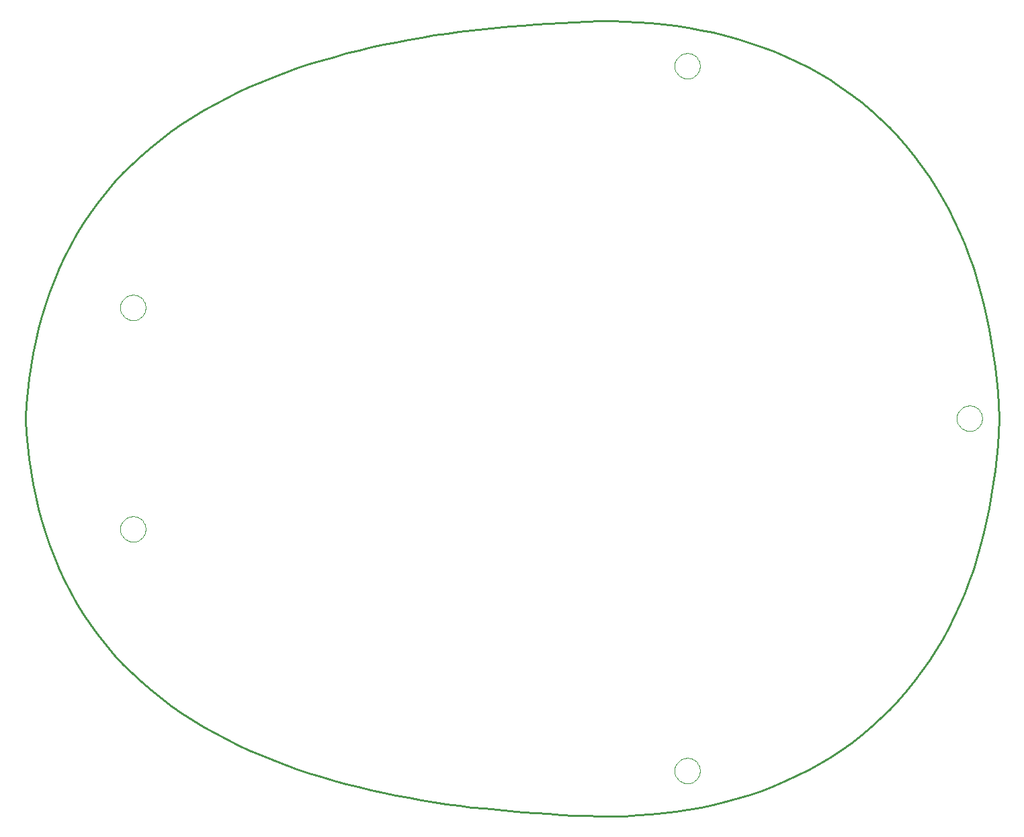
<source format=gko>
G75*
%MOIN*%
%OFA0B0*%
%FSLAX24Y24*%
%IPPOS*%
%LPD*%
%AMOC8*
5,1,8,0,0,1.08239X$1,22.5*
%
%ADD10C,0.0100*%
%ADD11C,0.0000*%
D10*
X028635Y039627D02*
X028000Y039609D01*
X027365Y039590D01*
X026730Y039554D01*
X026096Y039517D01*
X025462Y039471D01*
X024829Y039425D01*
X024195Y039370D01*
X023563Y039314D01*
X022931Y039250D01*
X022300Y039186D01*
X021669Y039103D01*
X021040Y039020D01*
X020412Y038927D01*
X019785Y038824D01*
X019159Y038709D01*
X018535Y038591D01*
X017912Y038465D01*
X017292Y038330D01*
X016674Y038184D01*
X016058Y038027D01*
X015445Y037860D01*
X014835Y037682D01*
X014228Y037494D01*
X013625Y037294D01*
X013027Y037081D01*
X012433Y036856D01*
X011845Y036617D01*
X011262Y036364D01*
X010685Y036097D01*
X010116Y035816D01*
X009555Y035517D01*
X009002Y035205D01*
X008459Y034876D01*
X007926Y034529D01*
X007405Y034167D01*
X006895Y033787D01*
X006399Y033390D01*
X005918Y032976D01*
X005452Y032545D01*
X005002Y032096D01*
X004569Y031631D01*
X004155Y031149D01*
X003760Y030652D01*
X003385Y030139D01*
X003030Y029613D01*
X002696Y029072D01*
X002384Y028518D01*
X002093Y027953D01*
X001824Y027378D01*
X001576Y026793D01*
X001349Y026200D01*
X001144Y025598D01*
X000959Y024991D01*
X000794Y024378D01*
X000648Y023760D01*
X000522Y023138D01*
X000414Y022512D01*
X000323Y021884D01*
X000249Y021252D01*
X000192Y020620D01*
X000150Y019986D01*
X000150Y019804D01*
X000192Y019171D01*
X000249Y018538D01*
X000323Y017907D01*
X000414Y017278D01*
X000522Y016652D01*
X000649Y016030D01*
X000794Y015412D01*
X000959Y014799D01*
X001144Y014191D01*
X001349Y013589D01*
X001576Y012996D01*
X001823Y012411D01*
X002093Y011836D01*
X002384Y011271D01*
X002696Y010717D01*
X003030Y010176D01*
X003384Y009650D01*
X003759Y009137D01*
X004154Y008640D01*
X004568Y008158D01*
X005001Y007692D01*
X005450Y007243D01*
X005916Y006813D01*
X006398Y006398D01*
X006893Y006001D01*
X007403Y005620D01*
X007924Y005257D01*
X008457Y004910D01*
X009000Y004581D01*
X009553Y004267D01*
X010114Y003969D01*
X010683Y003687D01*
X011260Y003420D01*
X011842Y003167D01*
X012431Y002927D01*
X013025Y002701D01*
X013623Y002489D01*
X014226Y002287D01*
X014833Y002098D01*
X015443Y001921D01*
X016056Y001754D01*
X016672Y001598D01*
X017290Y001452D01*
X017911Y001316D01*
X018533Y001189D01*
X019157Y001070D01*
X019783Y000955D01*
X020410Y000852D01*
X021039Y000759D01*
X021668Y000676D01*
X022299Y000593D01*
X022930Y000529D01*
X023562Y000465D01*
X024195Y000409D01*
X024828Y000354D01*
X025462Y000308D01*
X026096Y000262D01*
X026730Y000225D01*
X027365Y000189D01*
X028000Y000170D01*
X028635Y000152D01*
X029265Y000150D01*
X029894Y000159D01*
X030524Y000196D01*
X031152Y000242D01*
X031779Y000297D01*
X032405Y000380D01*
X033027Y000473D01*
X033647Y000588D01*
X034264Y000718D01*
X034876Y000867D01*
X035484Y001034D01*
X036086Y001220D01*
X036681Y001426D01*
X037270Y001651D01*
X037850Y001897D01*
X038422Y002162D01*
X038984Y002447D01*
X039535Y002753D01*
X040074Y003077D01*
X040601Y003423D01*
X041114Y003790D01*
X041613Y004175D01*
X042096Y004579D01*
X042563Y005000D01*
X043014Y005441D01*
X043447Y005899D01*
X043862Y006373D01*
X044258Y006862D01*
X044635Y007366D01*
X044994Y007884D01*
X045333Y008416D01*
X045653Y008959D01*
X045953Y009513D01*
X046235Y010077D01*
X046497Y010650D01*
X046741Y011230D01*
X046967Y011818D01*
X047174Y012413D01*
X047365Y013013D01*
X047538Y013618D01*
X047695Y014228D01*
X047836Y014841D01*
X047962Y015459D01*
X048072Y016078D01*
X048168Y016701D01*
X048250Y017325D01*
X048319Y017952D01*
X048375Y018580D01*
X048419Y019210D01*
X048450Y019838D01*
X048450Y019941D01*
X048419Y020570D01*
X048375Y021199D01*
X048319Y021827D01*
X048250Y022454D01*
X048168Y023078D01*
X048072Y023700D01*
X047962Y024319D01*
X047836Y024937D01*
X047695Y025550D01*
X047538Y026161D01*
X047365Y026767D01*
X047174Y027366D01*
X046967Y027961D01*
X046741Y028549D01*
X046497Y029130D01*
X046235Y029703D01*
X045953Y030267D01*
X045653Y030821D01*
X045333Y031364D01*
X044994Y031896D01*
X044635Y032413D01*
X044258Y032917D01*
X043862Y033407D01*
X043447Y033881D01*
X043014Y034339D01*
X042563Y034780D01*
X042096Y035201D01*
X041613Y035605D01*
X041114Y035990D01*
X040601Y036357D01*
X040074Y036703D01*
X039535Y037028D01*
X038983Y037333D01*
X038422Y037618D01*
X037850Y037883D01*
X037270Y038129D01*
X036681Y038354D01*
X036086Y038560D01*
X035484Y038747D01*
X034876Y038913D01*
X034264Y039062D01*
X033648Y039192D01*
X033028Y039307D01*
X032405Y039400D01*
X031780Y039483D01*
X031152Y039538D01*
X030524Y039584D01*
X029895Y039621D01*
X029265Y039630D01*
X028635Y039628D01*
D11*
X004855Y025402D02*
X004857Y025452D01*
X004863Y025502D01*
X004873Y025551D01*
X004887Y025599D01*
X004904Y025646D01*
X004925Y025691D01*
X004950Y025735D01*
X004978Y025776D01*
X005010Y025815D01*
X005044Y025852D01*
X005081Y025886D01*
X005121Y025916D01*
X005163Y025943D01*
X005207Y025967D01*
X005253Y025988D01*
X005300Y026004D01*
X005348Y026017D01*
X005398Y026026D01*
X005447Y026031D01*
X005498Y026032D01*
X005548Y026029D01*
X005597Y026022D01*
X005646Y026011D01*
X005694Y025996D01*
X005740Y025978D01*
X005785Y025956D01*
X005828Y025930D01*
X005869Y025901D01*
X005908Y025869D01*
X005944Y025834D01*
X005976Y025796D01*
X006006Y025756D01*
X006033Y025713D01*
X006056Y025669D01*
X006075Y025623D01*
X006091Y025575D01*
X006103Y025526D01*
X006111Y025477D01*
X006115Y025427D01*
X006115Y025377D01*
X006111Y025327D01*
X006103Y025278D01*
X006091Y025229D01*
X006075Y025181D01*
X006056Y025135D01*
X006033Y025091D01*
X006006Y025048D01*
X005976Y025008D01*
X005944Y024970D01*
X005908Y024935D01*
X005869Y024903D01*
X005828Y024874D01*
X005785Y024848D01*
X005740Y024826D01*
X005694Y024808D01*
X005646Y024793D01*
X005597Y024782D01*
X005548Y024775D01*
X005498Y024772D01*
X005447Y024773D01*
X005398Y024778D01*
X005348Y024787D01*
X005300Y024800D01*
X005253Y024816D01*
X005207Y024837D01*
X005163Y024861D01*
X005121Y024888D01*
X005081Y024918D01*
X005044Y024952D01*
X005010Y024989D01*
X004978Y025028D01*
X004950Y025069D01*
X004925Y025113D01*
X004904Y025158D01*
X004887Y025205D01*
X004873Y025253D01*
X004863Y025302D01*
X004857Y025352D01*
X004855Y025402D01*
X004855Y014402D02*
X004857Y014452D01*
X004863Y014502D01*
X004873Y014551D01*
X004887Y014599D01*
X004904Y014646D01*
X004925Y014691D01*
X004950Y014735D01*
X004978Y014776D01*
X005010Y014815D01*
X005044Y014852D01*
X005081Y014886D01*
X005121Y014916D01*
X005163Y014943D01*
X005207Y014967D01*
X005253Y014988D01*
X005300Y015004D01*
X005348Y015017D01*
X005398Y015026D01*
X005447Y015031D01*
X005498Y015032D01*
X005548Y015029D01*
X005597Y015022D01*
X005646Y015011D01*
X005694Y014996D01*
X005740Y014978D01*
X005785Y014956D01*
X005828Y014930D01*
X005869Y014901D01*
X005908Y014869D01*
X005944Y014834D01*
X005976Y014796D01*
X006006Y014756D01*
X006033Y014713D01*
X006056Y014669D01*
X006075Y014623D01*
X006091Y014575D01*
X006103Y014526D01*
X006111Y014477D01*
X006115Y014427D01*
X006115Y014377D01*
X006111Y014327D01*
X006103Y014278D01*
X006091Y014229D01*
X006075Y014181D01*
X006056Y014135D01*
X006033Y014091D01*
X006006Y014048D01*
X005976Y014008D01*
X005944Y013970D01*
X005908Y013935D01*
X005869Y013903D01*
X005828Y013874D01*
X005785Y013848D01*
X005740Y013826D01*
X005694Y013808D01*
X005646Y013793D01*
X005597Y013782D01*
X005548Y013775D01*
X005498Y013772D01*
X005447Y013773D01*
X005398Y013778D01*
X005348Y013787D01*
X005300Y013800D01*
X005253Y013816D01*
X005207Y013837D01*
X005163Y013861D01*
X005121Y013888D01*
X005081Y013918D01*
X005044Y013952D01*
X005010Y013989D01*
X004978Y014028D01*
X004950Y014069D01*
X004925Y014113D01*
X004904Y014158D01*
X004887Y014205D01*
X004873Y014253D01*
X004863Y014302D01*
X004857Y014352D01*
X004855Y014402D01*
X046355Y019902D02*
X046357Y019952D01*
X046363Y020002D01*
X046373Y020051D01*
X046387Y020099D01*
X046404Y020146D01*
X046425Y020191D01*
X046450Y020235D01*
X046478Y020276D01*
X046510Y020315D01*
X046544Y020352D01*
X046581Y020386D01*
X046621Y020416D01*
X046663Y020443D01*
X046707Y020467D01*
X046753Y020488D01*
X046800Y020504D01*
X046848Y020517D01*
X046898Y020526D01*
X046947Y020531D01*
X046998Y020532D01*
X047048Y020529D01*
X047097Y020522D01*
X047146Y020511D01*
X047194Y020496D01*
X047240Y020478D01*
X047285Y020456D01*
X047328Y020430D01*
X047369Y020401D01*
X047408Y020369D01*
X047444Y020334D01*
X047476Y020296D01*
X047506Y020256D01*
X047533Y020213D01*
X047556Y020169D01*
X047575Y020123D01*
X047591Y020075D01*
X047603Y020026D01*
X047611Y019977D01*
X047615Y019927D01*
X047615Y019877D01*
X047611Y019827D01*
X047603Y019778D01*
X047591Y019729D01*
X047575Y019681D01*
X047556Y019635D01*
X047533Y019591D01*
X047506Y019548D01*
X047476Y019508D01*
X047444Y019470D01*
X047408Y019435D01*
X047369Y019403D01*
X047328Y019374D01*
X047285Y019348D01*
X047240Y019326D01*
X047194Y019308D01*
X047146Y019293D01*
X047097Y019282D01*
X047048Y019275D01*
X046998Y019272D01*
X046947Y019273D01*
X046898Y019278D01*
X046848Y019287D01*
X046800Y019300D01*
X046753Y019316D01*
X046707Y019337D01*
X046663Y019361D01*
X046621Y019388D01*
X046581Y019418D01*
X046544Y019452D01*
X046510Y019489D01*
X046478Y019528D01*
X046450Y019569D01*
X046425Y019613D01*
X046404Y019658D01*
X046387Y019705D01*
X046373Y019753D01*
X046363Y019802D01*
X046357Y019852D01*
X046355Y019902D01*
X032355Y002402D02*
X032357Y002452D01*
X032363Y002502D01*
X032373Y002551D01*
X032387Y002599D01*
X032404Y002646D01*
X032425Y002691D01*
X032450Y002735D01*
X032478Y002776D01*
X032510Y002815D01*
X032544Y002852D01*
X032581Y002886D01*
X032621Y002916D01*
X032663Y002943D01*
X032707Y002967D01*
X032753Y002988D01*
X032800Y003004D01*
X032848Y003017D01*
X032898Y003026D01*
X032947Y003031D01*
X032998Y003032D01*
X033048Y003029D01*
X033097Y003022D01*
X033146Y003011D01*
X033194Y002996D01*
X033240Y002978D01*
X033285Y002956D01*
X033328Y002930D01*
X033369Y002901D01*
X033408Y002869D01*
X033444Y002834D01*
X033476Y002796D01*
X033506Y002756D01*
X033533Y002713D01*
X033556Y002669D01*
X033575Y002623D01*
X033591Y002575D01*
X033603Y002526D01*
X033611Y002477D01*
X033615Y002427D01*
X033615Y002377D01*
X033611Y002327D01*
X033603Y002278D01*
X033591Y002229D01*
X033575Y002181D01*
X033556Y002135D01*
X033533Y002091D01*
X033506Y002048D01*
X033476Y002008D01*
X033444Y001970D01*
X033408Y001935D01*
X033369Y001903D01*
X033328Y001874D01*
X033285Y001848D01*
X033240Y001826D01*
X033194Y001808D01*
X033146Y001793D01*
X033097Y001782D01*
X033048Y001775D01*
X032998Y001772D01*
X032947Y001773D01*
X032898Y001778D01*
X032848Y001787D01*
X032800Y001800D01*
X032753Y001816D01*
X032707Y001837D01*
X032663Y001861D01*
X032621Y001888D01*
X032581Y001918D01*
X032544Y001952D01*
X032510Y001989D01*
X032478Y002028D01*
X032450Y002069D01*
X032425Y002113D01*
X032404Y002158D01*
X032387Y002205D01*
X032373Y002253D01*
X032363Y002302D01*
X032357Y002352D01*
X032355Y002402D01*
X032355Y037402D02*
X032357Y037452D01*
X032363Y037502D01*
X032373Y037551D01*
X032387Y037599D01*
X032404Y037646D01*
X032425Y037691D01*
X032450Y037735D01*
X032478Y037776D01*
X032510Y037815D01*
X032544Y037852D01*
X032581Y037886D01*
X032621Y037916D01*
X032663Y037943D01*
X032707Y037967D01*
X032753Y037988D01*
X032800Y038004D01*
X032848Y038017D01*
X032898Y038026D01*
X032947Y038031D01*
X032998Y038032D01*
X033048Y038029D01*
X033097Y038022D01*
X033146Y038011D01*
X033194Y037996D01*
X033240Y037978D01*
X033285Y037956D01*
X033328Y037930D01*
X033369Y037901D01*
X033408Y037869D01*
X033444Y037834D01*
X033476Y037796D01*
X033506Y037756D01*
X033533Y037713D01*
X033556Y037669D01*
X033575Y037623D01*
X033591Y037575D01*
X033603Y037526D01*
X033611Y037477D01*
X033615Y037427D01*
X033615Y037377D01*
X033611Y037327D01*
X033603Y037278D01*
X033591Y037229D01*
X033575Y037181D01*
X033556Y037135D01*
X033533Y037091D01*
X033506Y037048D01*
X033476Y037008D01*
X033444Y036970D01*
X033408Y036935D01*
X033369Y036903D01*
X033328Y036874D01*
X033285Y036848D01*
X033240Y036826D01*
X033194Y036808D01*
X033146Y036793D01*
X033097Y036782D01*
X033048Y036775D01*
X032998Y036772D01*
X032947Y036773D01*
X032898Y036778D01*
X032848Y036787D01*
X032800Y036800D01*
X032753Y036816D01*
X032707Y036837D01*
X032663Y036861D01*
X032621Y036888D01*
X032581Y036918D01*
X032544Y036952D01*
X032510Y036989D01*
X032478Y037028D01*
X032450Y037069D01*
X032425Y037113D01*
X032404Y037158D01*
X032387Y037205D01*
X032373Y037253D01*
X032363Y037302D01*
X032357Y037352D01*
X032355Y037402D01*
M02*

</source>
